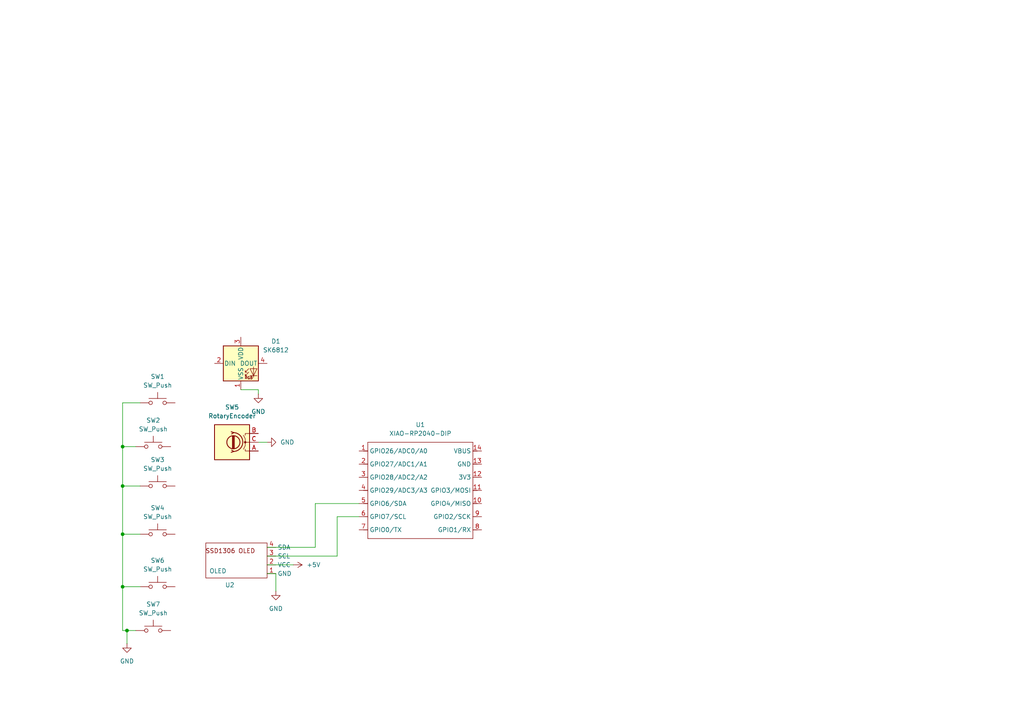
<source format=kicad_sch>
(kicad_sch (version 20250114) (generator "eeschema") (generator_version "9.0")
  (paper "A4")
  (lib_symbols
    (symbol "Device:RotaryEncoder" (pin_names (offset 0.254) (hide yes))
      (property "Reference" "SW" (at 0 6.604 0))
      (property "Value" "RotaryEncoder" (at 0 -6.604 0))
      (symbol "RotaryEncoder_0_1"
        (rectangle (start -5.08 5.08) (end 5.08 -5.08) (stroke (width 0.254)) (fill (type background)))
        (polyline (pts (xy -5.08 2.54) (xy -3.81 2.54) (xy -3.81 2.032)))
        (polyline (pts (xy -5.08 0) (xy -3.81 0) (xy -3.81 -1.016) (xy -3.302 -2.032)))
        (polyline (pts (xy -5.08 -2.54) (xy -3.81 -2.54) (xy -3.81 -2.032)))
        (polyline (pts (xy -4.318 0) (xy -3.81 0) (xy -3.81 1.016) (xy -3.302 2.032)))
        (circle (center -3.81 0) (radius 0.254) (fill (type outline)))
        (polyline (pts (xy -0.635 -1.778) (xy -0.635 1.778)) (stroke (width 0.254)))
        (circle (center -0.381 0) (radius 1.905) (stroke (width 0.254)))
        (polyline (pts (xy -0.381 -1.778) (xy -0.381 1.778)) (stroke (width 0.254)))
        (arc (start -0.381 -2.794) (mid -3.0988 -0.0635) (end -0.381 2.667) (stroke (width 0.254)))
        (polyline (pts (xy -0.127 1.778) (xy -0.127 -1.778)) (stroke (width 0.254)))
        (polyline (pts (xy 0.254 2.921) (xy -0.508 2.667) (xy 0.127 2.286)) (stroke (width 0.254)))
        (polyline (pts (xy 0.254 -3.048) (xy -0.508 -2.794) (xy 0.127 -2.413)) (stroke (width 0.254)))
      )
      (symbol "RotaryEncoder_1_1"
        (pin passive line (at -7.62 2.54 0) (length 2.54) (name "A") (number "A"))
        (pin passive line (at -7.62 0 0) (length 2.54) (name "C") (number "C"))
        (pin passive line (at -7.62 -2.54 0) (length 2.54) (name "B") (number "B"))
      )
    )
    (symbol "LED:SK6812" (pin_names (offset 0.254))
      (property "Reference" "D" (at 5.08 5.715 0))
      (property "Value" "SK6812" (at 1.27 -5.715 0))
      (symbol "SK6812_0_0"
        (text "RGB" (at 2.286 -4.191 0) (effects (font (size 0.762 0.762))))
      )
      (symbol "SK6812_0_1"
        (polyline (pts (xy 1.27 -2.54) (xy 1.778 -2.54)))
        (polyline (pts (xy 1.27 -3.556) (xy 1.778 -3.556)))
        (polyline (pts (xy 2.286 -1.524) (xy 1.27 -2.54) (xy 1.27 -2.032)))
        (polyline (pts (xy 2.286 -2.54) (xy 1.27 -3.556) (xy 1.27 -3.048)))
        (polyline (pts (xy 3.683 -1.016) (xy 3.683 -3.556) (xy 3.683 -4.064)))
        (polyline (pts (xy 4.699 -1.524) (xy 2.667 -1.524) (xy 3.683 -3.556) (xy 4.699 -1.524)))
        (polyline (pts (xy 4.699 -3.556) (xy 2.667 -3.556)))
        (rectangle (start 5.08 5.08) (end -5.08 -5.08) (stroke (width 0.254)) (fill (type background)))
      )
      (symbol "SK6812_1_1"
        (pin input line (at -7.62 0 0) (length 2.54) (name "DIN") (number "2"))
        (pin power_in line (at 0 7.62 270) (length 2.54) (name "VDD") (number "3"))
        (pin power_in line (at 0 -7.62 90) (length 2.54) (name "VSS") (number "1"))
        (pin output line (at 7.62 0 180) (length 2.54) (name "DOUT") (number "4"))
      )
    )
    (symbol "Seeed_Studio_XIAO_Series:XIAO-RP2040-DIP"
      (property "Reference" "U" (at 0 0 0))
      (property "Value" "XIAO-RP2040-DIP" (at 5.334 -1.778 0))
      (symbol "XIAO-RP2040-DIP_1_0"
        (polyline (pts (xy -1.27 -2.54) (xy 29.21 -2.54)) (stroke (width 0.1524)))
        (polyline (pts (xy -1.27 -5.08) (xy -2.54 -5.08)) (stroke (width 0.1524)))
        (polyline (pts (xy -1.27 -5.08) (xy -1.27 -2.54)) (stroke (width 0.1524)))
        (polyline (pts (xy -1.27 -8.89) (xy -2.54 -8.89)) (stroke (width 0.1524)))
        (polyline (pts (xy -1.27 -8.89) (xy -1.27 -5.08)) (stroke (width 0.1524)))
        (polyline (pts (xy -1.27 -12.7) (xy -2.54 -12.7)) (stroke (width 0.1524)))
        (polyline (pts (xy -1.27 -12.7) (xy -1.27 -8.89)) (stroke (width 0.1524)))
        (polyline (pts (xy -1.27 -16.51) (xy -2.54 -16.51)) (stroke (width 0.1524)))
        (polyline (pts (xy -1.27 -16.51) (xy -1.27 -12.7)) (stroke (width 0.1524)))
        (polyline (pts (xy -1.27 -20.32) (xy -2.54 -20.32)) (stroke (width 0.1524)))
        (polyline (pts (xy -1.27 -24.13) (xy -2.54 -24.13)) (stroke (width 0.1524)))
        (polyline (pts (xy -1.27 -27.94) (xy -2.54 -27.94)) (stroke (width 0.1524)))
        (polyline (pts (xy -1.27 -30.48) (xy -1.27 -16.51)) (stroke (width 0.1524)))
        (polyline (pts (xy 29.21 -2.54) (xy 29.21 -5.08)) (stroke (width 0.1524)))
        (polyline (pts (xy 29.21 -5.08) (xy 29.21 -8.89)) (stroke (width 0.1524)))
        (polyline (pts (xy 29.21 -8.89) (xy 29.21 -12.7)) (stroke (width 0.1524)))
        (polyline (pts (xy 29.21 -12.7) (xy 29.21 -30.48)) (stroke (width 0.1524)))
        (polyline (pts (xy 29.21 -30.48) (xy -1.27 -30.48)) (stroke (width 0.1524)))
        (polyline (pts (xy 30.48 -5.08) (xy 29.21 -5.08)) (stroke (width 0.1524)))
        (polyline (pts (xy 30.48 -8.89) (xy 29.21 -8.89)) (stroke (width 0.1524)))
        (polyline (pts (xy 30.48 -12.7) (xy 29.21 -12.7)) (stroke (width 0.1524)))
        (polyline (pts (xy 30.48 -16.51) (xy 29.21 -16.51)) (stroke (width 0.1524)))
        (polyline (pts (xy 30.48 -20.32) (xy 29.21 -20.32)) (stroke (width 0.1524)))
        (polyline (pts (xy 30.48 -24.13) (xy 29.21 -24.13)) (stroke (width 0.1524)))
        (polyline (pts (xy 30.48 -27.94) (xy 29.21 -27.94)) (stroke (width 0.1524)))
        (pin passive line (at -3.81 -5.08 0) (length 2.54) (name "GPIO26/ADC0/A0") (number "1"))
        (pin passive line (at -3.81 -8.89 0) (length 2.54) (name "GPIO27/ADC1/A1") (number "2"))
        (pin passive line (at -3.81 -12.7 0) (length 2.54) (name "GPIO28/ADC2/A2") (number "3"))
        (pin passive line (at -3.81 -16.51 0) (length 2.54) (name "GPIO29/ADC3/A3") (number "4"))
        (pin passive line (at -3.81 -20.32 0) (length 2.54) (name "GPIO6/SDA") (number "5"))
        (pin passive line (at -3.81 -24.13 0) (length 2.54) (name "GPIO7/SCL") (number "6"))
        (pin passive line (at -3.81 -27.94 0) (length 2.54) (name "GPIO0/TX") (number "7"))
        (pin passive line (at 31.75 -5.08 180) (length 2.54) (name "VBUS") (number "14"))
        (pin passive line (at 31.75 -8.89 180) (length 2.54) (name "GND") (number "13"))
        (pin passive line (at 31.75 -12.7 180) (length 2.54) (name "3V3") (number "12"))
        (pin passive line (at 31.75 -16.51 180) (length 2.54) (name "GPIO3/MOSI") (number "11"))
        (pin passive line (at 31.75 -20.32 180) (length 2.54) (name "GPIO4/MISO") (number "10"))
        (pin passive line (at 31.75 -24.13 180) (length 2.54) (name "GPIO2/SCK") (number "9"))
        (pin passive line (at 31.75 -27.94 180) (length 2.54) (name "GPIO1/RX") (number "8"))
      )
    )
    (symbol "Switch:SW_Push" (pin_numbers (hide yes)) (pin_names (offset 1.016) (hide yes))
      (property "Reference" "SW" (at 1.27 2.54 0))
      (property "Value" "SW_Push" (at 0 -1.524 0))
      (symbol "SW_Push_0_1"
        (circle (center -2.032 0) (radius 0.508))
        (polyline (pts (xy 0 1.27) (xy 0 3.048)))
        (circle (center 2.032 0) (radius 0.508))
        (polyline (pts (xy 2.54 1.27) (xy -2.54 1.27)))
        (pin passive line (at -5.08 0 0) (length 2.54) (name "1") (number "1"))
        (pin passive line (at 5.08 0 180) (length 2.54) (name "2") (number "2"))
      )
    )
    (symbol "oled:oled_symb"
      (property "Reference" "U2" (at -14.732 0.762 0))
      (property "Value" "OLED" (at -19.304 -3.302 0))
      (symbol "oled_symb_0_1"
        (rectangle (start -20.32 -1.27) (end -2.54 -11.43))
      )
      (symbol "oled_symb_1_1"
        (text "SSD1306 OLED\n" (at -13.208 -9.144 0) (effects (font (size 1.27 1.27))))
        (pin passive line (at -2.54 -2.54 0) (length 2.54) (name "GND") (number "1"))
        (pin power_in line (at -2.54 -5.08 0) (length 2.54) (name "VCC") (number "2"))
        (pin input line (at -2.54 -7.62 0) (length 2.54) (name "SCL") (number "3"))
        (pin input line (at -2.54 -10.16 0) (length 2.54) (name "SDA") (number "4"))
      )
    )
    (symbol "power:+5V" (power) (pin_numbers (hide yes)) (pin_names (offset 0) (hide yes))
      (property "Value" "+5V" (at 0 3.556 0))
      (symbol "+5V_0_1"
        (polyline (pts (xy -0.762 1.27) (xy 0 2.54)))
        (polyline (pts (xy 0 2.54) (xy 0.762 1.27)))
        (polyline (pts (xy 0 0) (xy 0 2.54)))
      )
      (symbol "+5V_1_1"
        (pin power_in line (at 0 0 90) (length 0) (name "~") (number "1"))
      )
    )
    (symbol "power:GND" (power) (pin_numbers (hide yes)) (pin_names (offset 0) (hide yes))
      (property "Value" "GND" (at 0 -3.81 0))
      (symbol "GND_0_1"
        (polyline (pts (xy 0 0) (xy 0 -1.27) (xy 1.27 -1.27) (xy 0 -2.54) (xy -1.27 -1.27) (xy 0 -1.27)))
      )
      (symbol "GND_1_1"
        (pin power_in line (at 0 0 270) (length 0) (name "~") (number "1"))
      )
    )
  )
  (junction (at 35.56 140.97))
  (junction (at 35.56 170.18))
  (junction (at 35.56 129.54))
  (junction (at 35.56 154.94))
  (junction (at 36.83 182.88))
  (wire (pts (xy 77.47 163.83) (xy 85.09 163.83)))
  (wire (pts (xy 35.56 154.94) (xy 40.64 154.94)))
  (wire (pts (xy 80.01 171.45) (xy 80.01 166.37)))
  (wire (pts (xy 35.56 170.18) (xy 40.64 170.18)))
  (wire (pts (xy 77.47 161.29) (xy 97.79 161.29)))
  (wire (pts (xy 35.56 116.84) (xy 40.64 116.84)))
  (wire (pts (xy 35.56 140.97) (xy 40.64 140.97)))
  (wire (pts (xy 35.56 170.18) (xy 35.56 182.88)))
  (wire (pts (xy 77.47 158.75) (xy 91.44 158.75)))
  (wire (pts (xy 91.44 158.75) (xy 91.44 146.05)))
  (wire (pts (xy 36.83 182.88) (xy 39.37 182.88)))
  (wire (pts (xy 80.01 166.37) (xy 77.47 166.37)))
  (wire (pts (xy 97.79 161.29) (xy 97.79 149.86)))
  (wire (pts (xy 36.83 182.88) (xy 36.83 186.69)))
  (wire (pts (xy 35.56 140.97) (xy 35.56 154.94)))
  (wire (pts (xy 91.44 146.05) (xy 104.14 146.05)))
  (wire (pts (xy 69.85 113.03) (xy 74.93 113.03)))
  (wire (pts (xy 35.56 154.94) (xy 35.56 170.18)))
  (wire (pts (xy 35.56 129.54) (xy 39.37 129.54)))
  (wire (pts (xy 35.56 116.84) (xy 35.56 129.54)))
  (wire (pts (xy 97.79 149.86) (xy 104.14 149.86)))
  (wire (pts (xy 74.93 128.27) (xy 77.47 128.27)))
  (wire (pts (xy 35.56 182.88) (xy 36.83 182.88)))
  (wire (pts (xy 35.56 129.54) (xy 35.56 140.97)))
  (wire (pts (xy 74.93 113.03) (xy 74.93 114.3)))
  (symbol (lib_id "power:GND") (at 74.93 114.3 0) (mirror y) (unit 1)
    (property "Reference" "#PWR04" (effects (hide yes)))
    (property "Value" "GND" (at 74.93 119.38 0))
    (property "Description" "Power symbol creates a global label with name \"GND\" , ground" (effects (hide yes)))
  )
  (symbol (lib_id "Switch:SW_Push") (at 44.45 129.54 0) (unit 1)
    (property "Reference" "SW2" (at 44.45 121.92 0))
    (property "Value" "SW_Push" (at 44.45 124.46 0))
    (property "Description" "Push button switch, generic, two pins" (effects (hide yes)))
  )
  (symbol (lib_id "power:GND") (at 80.01 171.45 0) (mirror y) (unit 1)
    (property "Reference" "#PWR02" (effects (hide yes)))
    (property "Value" "GND" (at 80.01 176.53 0))
    (property "Description" "Power symbol creates a global label with name \"GND\" , ground" (effects (hide yes)))
  )
  (symbol (lib_id "Switch:SW_Push") (at 45.72 140.97 0) (unit 1)
    (property "Reference" "SW3" (at 45.72 133.35 0))
    (property "Value" "SW_Push" (at 45.72 135.89 0))
    (property "Description" "Push button switch, generic, two pins" (effects (hide yes)))
  )
  (symbol (lib_id "Device:RotaryEncoder") (at 67.31 128.27 180) (unit 1)
    (property "Reference" "SW5" (at 67.31 118.11 0))
    (property "Value" "RotaryEncoder" (at 67.31 120.65 0))
    (property "Description" "Rotary encoder, dual channel, incremental quadrate outputs" (effects (hide yes)))
  )
  (symbol (lib_id "Seeed_Studio_XIAO_Series:XIAO-RP2040-DIP") (at 107.95 125.73 0) (unit 1)
    (property "Reference" "U1" (at 121.92 123.19 0))
    (property "Value" "XIAO-RP2040-DIP" (at 121.92 125.73 0))
    (property "Footprint" "Module:MOUDLE14P-XIAO-DIP-SMD" (effects (hide yes)))
  )
  (symbol (lib_id "Switch:SW_Push") (at 45.72 154.94 0) (unit 1)
    (property "Reference" "SW4" (at 45.72 147.32 0))
    (property "Value" "SW_Push" (at 45.72 149.86 0))
    (property "Description" "Push button switch, generic, two pins" (effects (hide yes)))
  )
  (symbol (lib_id "Switch:SW_Push") (at 45.72 116.84 0) (unit 1)
    (property "Reference" "SW1" (at 45.72 109.22 0))
    (property "Value" "SW_Push" (at 45.72 111.76 0))
    (property "Description" "Push button switch, generic, two pins" (effects (hide yes)))
  )
  (symbol (lib_id "oled:oled_symb") (at 80.01 168.91 0) (mirror x) (unit 1)
    (property "Reference" "U2" (at 65.278 169.672 0) (effects (justify left)))
    (property "Value" "OLED" (at 60.706 165.608 0) (effects (justify left)))
  )
  (symbol (lib_id "LED:SK6812") (at 69.85 105.41 0) (unit 1)
    (property "Reference" "D1" (at 80.01 98.9898 0))
    (property "Value" "SK6812" (at 80.01 101.5298 0))
    (property "Footprint" "LED_SMD:LED_SK6812_PLCC4_5.0x5.0mm_P3.2mm" (effects (hide yes)))
    (property "Datasheet" "https://cdn-shop.adafruit.com/product-files/1138/SK6812+LED+datasheet+.pdf" (effects (hide yes)))
    (property "Description" "RGB LED with integrated controller" (effects (hide yes)))
  )
  (symbol (lib_id "power:GND") (at 77.47 128.27 90) (mirror x) (unit 1)
    (property "Reference" "#PWR05" (effects (hide yes)))
    (property "Value" "GND" (at 81.28 128.2699 90) (effects (justify right)))
    (property "Description" "Power symbol creates a global label with name \"GND\" , ground" (effects (hide yes)))
  )
  (symbol (lib_id "power:GND") (at 36.83 186.69 0) (unit 1)
    (property "Reference" "#PWR01" (effects (hide yes)))
    (property "Value" "GND" (at 36.83 191.77 0))
    (property "Description" "Power symbol creates a global label with name \"GND\" , ground" (effects (hide yes)))
  )
  (symbol (lib_id "Switch:SW_Push") (at 44.45 182.88 0) (unit 1)
    (property "Reference" "SW7" (at 44.45 175.26 0))
    (property "Value" "SW_Push" (at 44.45 177.8 0))
    (property "Description" "Push button switch, generic, two pins" (effects (hide yes)))
  )
  (symbol (lib_id "power:+5V") (at 85.09 163.83 270) (mirror x) (unit 1)
    (property "Reference" "#PWR03" (effects (hide yes)))
    (property "Value" "+5V" (at 88.9 163.8301 90) (effects (justify left)))
    (property "Description" "Power symbol creates a global label with name \"+5V\"" (effects (hide yes)))
  )
  (symbol (lib_id "Switch:SW_Push") (at 45.72 170.18 0) (unit 1)
    (property "Reference" "SW6" (at 45.72 162.56 0))
    (property "Value" "SW_Push" (at 45.72 165.1 0))
    (property "Description" "Push button switch, generic, two pins" (effects (hide yes)))
  )
)
</source>
